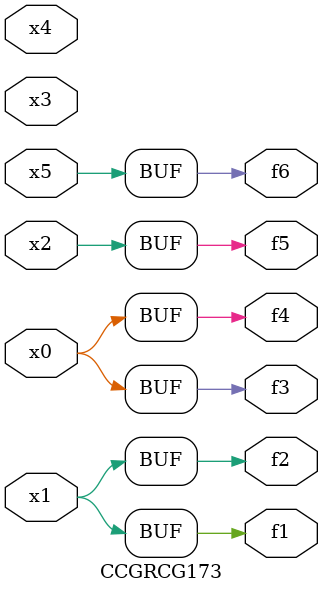
<source format=v>
module CCGRCG173(
	input x0, x1, x2, x3, x4, x5,
	output f1, f2, f3, f4, f5, f6
);
	assign f1 = x1;
	assign f2 = x1;
	assign f3 = x0;
	assign f4 = x0;
	assign f5 = x2;
	assign f6 = x5;
endmodule

</source>
